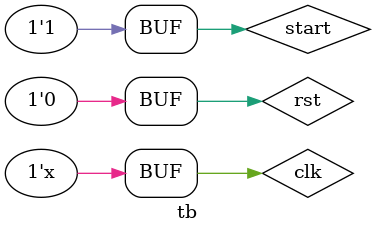
<source format=sv>
`timescale 10ns/10ps

module tb();

logic clk, rst, start;
logic [6:0] HEX0;
logic [6:0] HEX1;
logic [6:0] HEX2;
logic [6:0] HEX3;
logic [9:0] milesimos;
logic [4:0] horas;

questao5 q5instance(
	.clk(clk),
	.rst(rst),
	.start(start),
	.HEX0(HEX0),
	.HEX1(HEX1),
	.HEX2(HEX2),
	.HEX3(HEX3),
	.milesimos(milesimos),
	.horas(horas)
);

initial
begin
	clk = 0;
	rst = 0;
	start = 0;
	
	#20ns rst = 1;
	#10ns rst = 0;
	#10ns start = 1;
	#3000ns rst = 1;
	#10ns rst = 0;
	#2000ns start = 0;
	#2000ns start = 1;
end

always
	#10ns clk = ~clk;

endmodule
</source>
